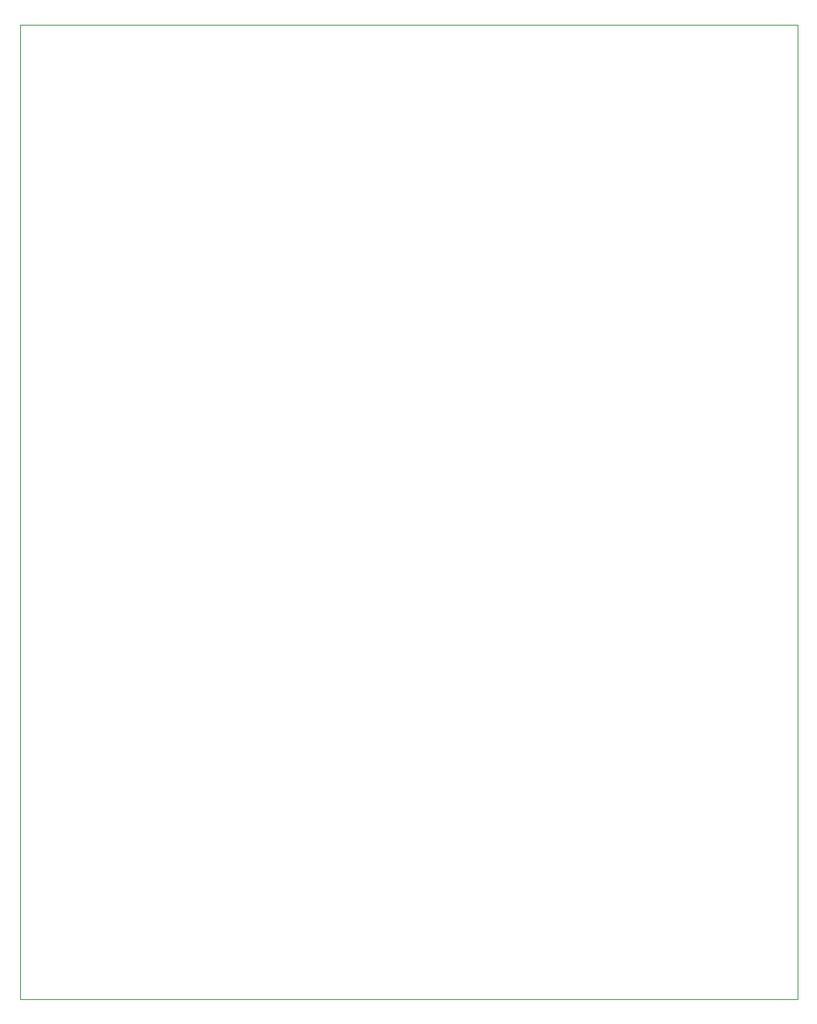
<source format=gbr>
%TF.GenerationSoftware,KiCad,Pcbnew,8.0.3*%
%TF.CreationDate,2024-08-09T13:49:11+02:00*%
%TF.ProjectId,230V_controller,32333056-5f63-46f6-9e74-726f6c6c6572,rev?*%
%TF.SameCoordinates,Original*%
%TF.FileFunction,Profile,NP*%
%FSLAX46Y46*%
G04 Gerber Fmt 4.6, Leading zero omitted, Abs format (unit mm)*
G04 Created by KiCad (PCBNEW 8.0.3) date 2024-08-09 13:49:11*
%MOMM*%
%LPD*%
G01*
G04 APERTURE LIST*
%TA.AperFunction,Profile*%
%ADD10C,0.100000*%
%TD*%
G04 APERTURE END LIST*
D10*
X173500000Y-41500000D02*
X258500000Y-41500000D01*
X258500000Y-148000000D01*
X173500000Y-148000000D01*
X173500000Y-41500000D01*
M02*

</source>
